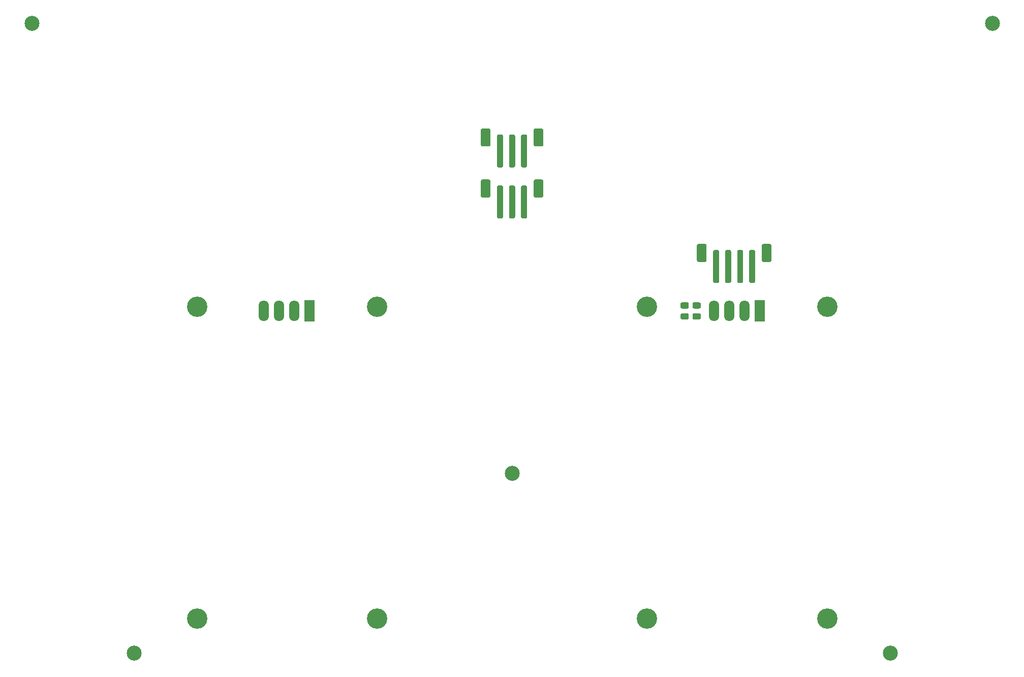
<source format=gbs>
G04 #@! TF.GenerationSoftware,KiCad,Pcbnew,8.0.4+1*
G04 #@! TF.CreationDate,2024-10-14T23:25:28+00:00*
G04 #@! TF.ProjectId,pedalboard-display,70656461-6c62-46f6-9172-642d64697370,0.0.0-RC1*
G04 #@! TF.SameCoordinates,Original*
G04 #@! TF.FileFunction,Soldermask,Bot*
G04 #@! TF.FilePolarity,Negative*
%FSLAX46Y46*%
G04 Gerber Fmt 4.6, Leading zero omitted, Abs format (unit mm)*
G04 Created by KiCad (PCBNEW 8.0.4+1) date 2024-10-14 23:25:28*
%MOMM*%
%LPD*%
G01*
G04 APERTURE LIST*
%ADD10C,2.500000*%
%ADD11C,3.400000*%
%ADD12R,1.700000X3.600000*%
%ADD13O,1.700000X3.500000*%
G04 APERTURE END LIST*
D10*
X150000000Y3000000D03*
X167000000Y108000000D03*
D11*
X34500000Y60800000D03*
X34500000Y8800000D03*
X64500000Y60800000D03*
X64500000Y8800000D03*
D12*
X53288000Y60127200D03*
D13*
X50748000Y60127200D03*
X48208000Y60127200D03*
X45668000Y60127200D03*
D10*
X24000000Y3000000D03*
X87000000Y33000000D03*
X7000000Y108000000D03*
D11*
X109500000Y60800000D03*
X109500000Y8800000D03*
X139500000Y60800000D03*
X139500000Y8800000D03*
D12*
X128288000Y60127200D03*
D13*
X125748000Y60127200D03*
X123208000Y60127200D03*
X120668000Y60127200D03*
G36*
G01*
X116200000Y58662500D02*
X115300000Y58662500D01*
G75*
G02*
X115050000Y58912500I0J250000D01*
G01*
X115050000Y59437500D01*
G75*
G02*
X115300000Y59687500I250000J0D01*
G01*
X116200000Y59687500D01*
G75*
G02*
X116450000Y59437500I0J-250000D01*
G01*
X116450000Y58912500D01*
G75*
G02*
X116200000Y58662500I-250000J0D01*
G01*
G37*
G36*
G01*
X116200000Y60487500D02*
X115300000Y60487500D01*
G75*
G02*
X115050000Y60737500I0J250000D01*
G01*
X115050000Y61262500D01*
G75*
G02*
X115300000Y61512500I250000J0D01*
G01*
X116200000Y61512500D01*
G75*
G02*
X116450000Y61262500I0J-250000D01*
G01*
X116450000Y60737500D01*
G75*
G02*
X116200000Y60487500I-250000J0D01*
G01*
G37*
G36*
G01*
X118200000Y58662500D02*
X117300000Y58662500D01*
G75*
G02*
X117050000Y58912500I0J250000D01*
G01*
X117050000Y59437500D01*
G75*
G02*
X117300000Y59687500I250000J0D01*
G01*
X118200000Y59687500D01*
G75*
G02*
X118450000Y59437500I0J-250000D01*
G01*
X118450000Y58912500D01*
G75*
G02*
X118200000Y58662500I-250000J0D01*
G01*
G37*
G36*
G01*
X118200000Y60487500D02*
X117300000Y60487500D01*
G75*
G02*
X117050000Y60737500I0J250000D01*
G01*
X117050000Y61262500D01*
G75*
G02*
X117300000Y61512500I250000J0D01*
G01*
X118200000Y61512500D01*
G75*
G02*
X118450000Y61262500I0J-250000D01*
G01*
X118450000Y60737500D01*
G75*
G02*
X118200000Y60487500I-250000J0D01*
G01*
G37*
G36*
G01*
X127500000Y70000000D02*
X127500000Y65000000D01*
G75*
G02*
X127250000Y64750000I-250000J0D01*
G01*
X126750000Y64750000D01*
G75*
G02*
X126500000Y65000000I0J250000D01*
G01*
X126500000Y70000000D01*
G75*
G02*
X126750000Y70250000I250000J0D01*
G01*
X127250000Y70250000D01*
G75*
G02*
X127500000Y70000000I0J-250000D01*
G01*
G37*
G36*
G01*
X125500000Y70000000D02*
X125500000Y65000000D01*
G75*
G02*
X125250000Y64750000I-250000J0D01*
G01*
X124750000Y64750000D01*
G75*
G02*
X124500000Y65000000I0J250000D01*
G01*
X124500000Y70000000D01*
G75*
G02*
X124750000Y70250000I250000J0D01*
G01*
X125250000Y70250000D01*
G75*
G02*
X125500000Y70000000I0J-250000D01*
G01*
G37*
G36*
G01*
X123500000Y70000000D02*
X123500000Y65000000D01*
G75*
G02*
X123250000Y64750000I-250000J0D01*
G01*
X122750000Y64750000D01*
G75*
G02*
X122500000Y65000000I0J250000D01*
G01*
X122500000Y70000000D01*
G75*
G02*
X122750000Y70250000I250000J0D01*
G01*
X123250000Y70250000D01*
G75*
G02*
X123500000Y70000000I0J-250000D01*
G01*
G37*
G36*
G01*
X121500000Y70000000D02*
X121500000Y65000000D01*
G75*
G02*
X121250000Y64750000I-250000J0D01*
G01*
X120750000Y64750000D01*
G75*
G02*
X120500000Y65000000I0J250000D01*
G01*
X120500000Y70000000D01*
G75*
G02*
X120750000Y70250000I250000J0D01*
G01*
X121250000Y70250000D01*
G75*
G02*
X121500000Y70000000I0J-250000D01*
G01*
G37*
G36*
G01*
X130200000Y71000000D02*
X130200000Y68500000D01*
G75*
G02*
X129950000Y68250000I-250000J0D01*
G01*
X128850000Y68250000D01*
G75*
G02*
X128600000Y68500000I0J250000D01*
G01*
X128600000Y71000000D01*
G75*
G02*
X128850000Y71250000I250000J0D01*
G01*
X129950000Y71250000D01*
G75*
G02*
X130200000Y71000000I0J-250000D01*
G01*
G37*
G36*
G01*
X119400000Y71000000D02*
X119400000Y68500000D01*
G75*
G02*
X119150000Y68250000I-250000J0D01*
G01*
X118050000Y68250000D01*
G75*
G02*
X117800000Y68500000I0J250000D01*
G01*
X117800000Y71000000D01*
G75*
G02*
X118050000Y71250000I250000J0D01*
G01*
X119150000Y71250000D01*
G75*
G02*
X119400000Y71000000I0J-250000D01*
G01*
G37*
G36*
G01*
X89500000Y89250000D02*
X89500000Y84250000D01*
G75*
G02*
X89250000Y84000000I-250000J0D01*
G01*
X88750000Y84000000D01*
G75*
G02*
X88500000Y84250000I0J250000D01*
G01*
X88500000Y89250000D01*
G75*
G02*
X88750000Y89500000I250000J0D01*
G01*
X89250000Y89500000D01*
G75*
G02*
X89500000Y89250000I0J-250000D01*
G01*
G37*
G36*
G01*
X87500000Y89250000D02*
X87500000Y84250000D01*
G75*
G02*
X87250000Y84000000I-250000J0D01*
G01*
X86750000Y84000000D01*
G75*
G02*
X86500000Y84250000I0J250000D01*
G01*
X86500000Y89250000D01*
G75*
G02*
X86750000Y89500000I250000J0D01*
G01*
X87250000Y89500000D01*
G75*
G02*
X87500000Y89250000I0J-250000D01*
G01*
G37*
G36*
G01*
X85500000Y89250000D02*
X85500000Y84250000D01*
G75*
G02*
X85250000Y84000000I-250000J0D01*
G01*
X84750000Y84000000D01*
G75*
G02*
X84500000Y84250000I0J250000D01*
G01*
X84500000Y89250000D01*
G75*
G02*
X84750000Y89500000I250000J0D01*
G01*
X85250000Y89500000D01*
G75*
G02*
X85500000Y89250000I0J-250000D01*
G01*
G37*
G36*
G01*
X92200000Y90250000D02*
X92200000Y87750000D01*
G75*
G02*
X91950000Y87500000I-250000J0D01*
G01*
X90850000Y87500000D01*
G75*
G02*
X90600000Y87750000I0J250000D01*
G01*
X90600000Y90250000D01*
G75*
G02*
X90850000Y90500000I250000J0D01*
G01*
X91950000Y90500000D01*
G75*
G02*
X92200000Y90250000I0J-250000D01*
G01*
G37*
G36*
G01*
X83400000Y90250000D02*
X83400000Y87750000D01*
G75*
G02*
X83150000Y87500000I-250000J0D01*
G01*
X82050000Y87500000D01*
G75*
G02*
X81800000Y87750000I0J250000D01*
G01*
X81800000Y90250000D01*
G75*
G02*
X82050000Y90500000I250000J0D01*
G01*
X83150000Y90500000D01*
G75*
G02*
X83400000Y90250000I0J-250000D01*
G01*
G37*
G36*
G01*
X89500000Y80750000D02*
X89500000Y75750000D01*
G75*
G02*
X89250000Y75500000I-250000J0D01*
G01*
X88750000Y75500000D01*
G75*
G02*
X88500000Y75750000I0J250000D01*
G01*
X88500000Y80750000D01*
G75*
G02*
X88750000Y81000000I250000J0D01*
G01*
X89250000Y81000000D01*
G75*
G02*
X89500000Y80750000I0J-250000D01*
G01*
G37*
G36*
G01*
X87500000Y80750000D02*
X87500000Y75750000D01*
G75*
G02*
X87250000Y75500000I-250000J0D01*
G01*
X86750000Y75500000D01*
G75*
G02*
X86500000Y75750000I0J250000D01*
G01*
X86500000Y80750000D01*
G75*
G02*
X86750000Y81000000I250000J0D01*
G01*
X87250000Y81000000D01*
G75*
G02*
X87500000Y80750000I0J-250000D01*
G01*
G37*
G36*
G01*
X85500000Y80750000D02*
X85500000Y75750000D01*
G75*
G02*
X85250000Y75500000I-250000J0D01*
G01*
X84750000Y75500000D01*
G75*
G02*
X84500000Y75750000I0J250000D01*
G01*
X84500000Y80750000D01*
G75*
G02*
X84750000Y81000000I250000J0D01*
G01*
X85250000Y81000000D01*
G75*
G02*
X85500000Y80750000I0J-250000D01*
G01*
G37*
G36*
G01*
X92200000Y81750000D02*
X92200000Y79250000D01*
G75*
G02*
X91950000Y79000000I-250000J0D01*
G01*
X90850000Y79000000D01*
G75*
G02*
X90600000Y79250000I0J250000D01*
G01*
X90600000Y81750000D01*
G75*
G02*
X90850000Y82000000I250000J0D01*
G01*
X91950000Y82000000D01*
G75*
G02*
X92200000Y81750000I0J-250000D01*
G01*
G37*
G36*
G01*
X83400000Y81750000D02*
X83400000Y79250000D01*
G75*
G02*
X83150000Y79000000I-250000J0D01*
G01*
X82050000Y79000000D01*
G75*
G02*
X81800000Y79250000I0J250000D01*
G01*
X81800000Y81750000D01*
G75*
G02*
X82050000Y82000000I250000J0D01*
G01*
X83150000Y82000000D01*
G75*
G02*
X83400000Y81750000I0J-250000D01*
G01*
G37*
M02*

</source>
